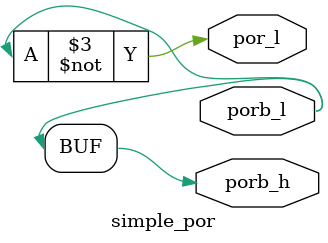
<source format=v>

`default_nettype none
`timescale 1 ns / 1 ps
 
module simple_por(
`ifdef USE_POWER_PINS
    inout vdd3v3,
    inout vdd1v8,
    inout vss3v3,
    inout vss1v8,
`endif
    output porb_h,
    output porb_l,
    output por_l
);

    wire mid;
    reg inode;

    // This is a behavioral model!  Actual circuit is a resitor dumping
    // current (slowly) from vdd3v3 onto a capacitor, and this fed into
    // two schmitt triggers for strong hysteresis/glitch tolerance.

    initial begin
	inode <= 1'b0; 
    end 

    // Emulate current source on capacitor as a 500ns delay either up or
    // down.  Note that this is sped way up for verilog simulation;  the
    // actual circuit is set to a 15ms delay.

    always @(posedge vdd3v3) begin
	#500 inode <= 1'b1;
    end
    always @(negedge vdd3v3) begin
	#500 inode <= 1'b0;
    end

    // Instantiate two shmitt trigger buffers in series

/*    sky130_fd_sc_hvl__schmittbuf_1 hystbuf1 (
`ifdef USE_POWER_PINS
	.VPWR(vdd3v3),
	.VGND(vss3v3),
	.VPB(vdd3v3),
	.VNB(vss3v3),
`endif
	.A(inode),
	.X(mid)
    );

    sky130_fd_sc_hvl__schmittbuf_1 hystbuf2 (
`ifdef USE_POWER_PINS
	.VPWR(vdd3v3),
	.VGND(vss3v3),
	.VPB(vdd3v3),
	.VNB(vss3v3),
`endif
	.A(mid),
	.X(porb_h)
    );
*/
/*    sky130_fd_sc_hvl__lsbufhv2lv_1 porb_level (
`ifdef USE_POWER_PINS
	.VPWR(vdd3v3),
	.VPB(vdd3v3),
	.LVPWR(vdd1v8),
	.VNB(vss3v3),
	.VGND(vss3v3),
`endif
	.A(porb_h),
	.X(porb_l)
    );
*/
// since SCL180 has level-shifters already available in I/O pads
    assign porb_l = porb_h;
    // since this is behavioral anyway, but this should be
    // replaced by a proper inverter
    assign por_l = ~porb_l;

endmodule
`default_nettype wire

</source>
